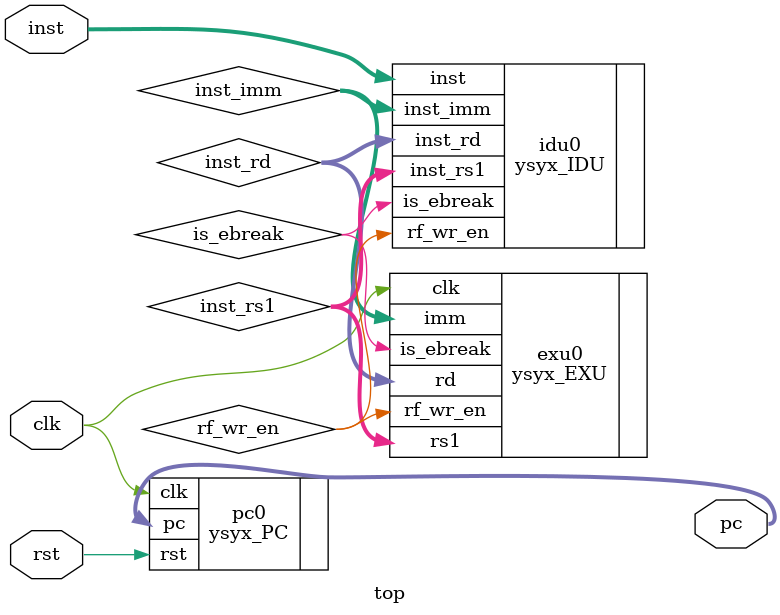
<source format=v>
module top (
  input clk,
  input wire rst,
  input wire [31:0] inst,
  output wire [31:0] pc
);
wire rf_wr_en;
wire is_ebreak;
wire [4:0] inst_rs1;
wire [4:0] inst_rd;
wire [31:0] inst_imm;


ysyx_PC pc0(
  .clk (clk),
  .rst (rst),
  .pc (pc)
);
ysyx_IDU idu0(
  .inst (inst),
  .rf_wr_en (rf_wr_en),
  .is_ebreak (is_ebreak),
  .inst_rs1 (inst_rs1),
  .inst_rd (inst_rd),
  .inst_imm (inst_imm)
);
ysyx_EXU exu0(
  .clk (clk),
  .rf_wr_en (rf_wr_en),
  .is_ebreak (is_ebreak),
  .rs1 (inst_rs1),
  .rd (inst_rd),
  .imm (inst_imm)
);


endmodule


</source>
